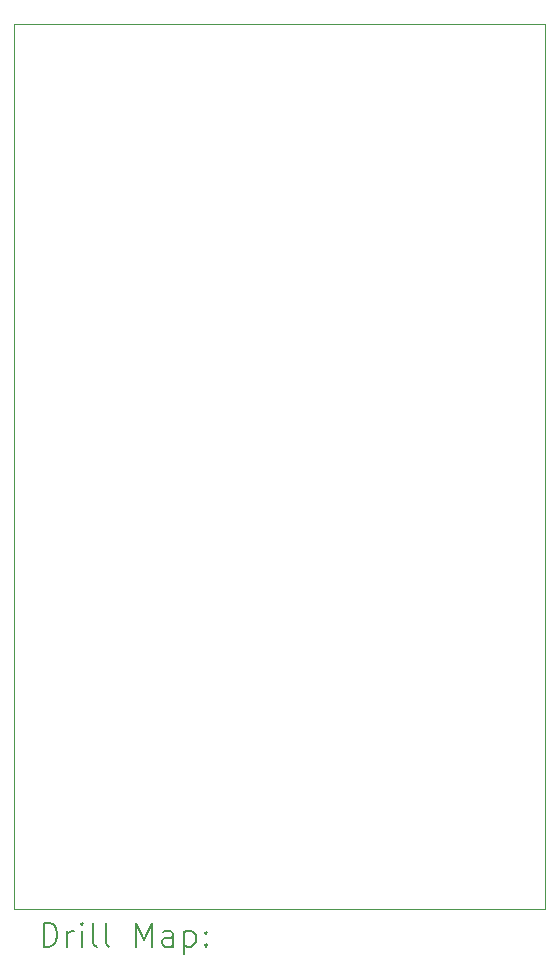
<source format=gbr>
%FSLAX45Y45*%
G04 Gerber Fmt 4.5, Leading zero omitted, Abs format (unit mm)*
G04 Created by KiCad (PCBNEW (6.0.5)) date 2023-02-27 22:37:32*
%MOMM*%
%LPD*%
G01*
G04 APERTURE LIST*
%TA.AperFunction,Profile*%
%ADD10C,0.100000*%
%TD*%
%ADD11C,0.200000*%
G04 APERTURE END LIST*
D10*
X13000000Y-14400000D02*
X17500000Y-14400000D01*
X13000000Y-14400000D02*
X13000000Y-6900000D01*
X17500000Y-14400000D02*
X17500000Y-6900000D01*
X13000000Y-6900000D02*
X17500000Y-6900000D01*
D11*
X13252619Y-14715476D02*
X13252619Y-14515476D01*
X13300238Y-14515476D01*
X13328809Y-14525000D01*
X13347857Y-14544048D01*
X13357381Y-14563095D01*
X13366905Y-14601190D01*
X13366905Y-14629762D01*
X13357381Y-14667857D01*
X13347857Y-14686905D01*
X13328809Y-14705952D01*
X13300238Y-14715476D01*
X13252619Y-14715476D01*
X13452619Y-14715476D02*
X13452619Y-14582143D01*
X13452619Y-14620238D02*
X13462143Y-14601190D01*
X13471667Y-14591667D01*
X13490714Y-14582143D01*
X13509762Y-14582143D01*
X13576428Y-14715476D02*
X13576428Y-14582143D01*
X13576428Y-14515476D02*
X13566905Y-14525000D01*
X13576428Y-14534524D01*
X13585952Y-14525000D01*
X13576428Y-14515476D01*
X13576428Y-14534524D01*
X13700238Y-14715476D02*
X13681190Y-14705952D01*
X13671667Y-14686905D01*
X13671667Y-14515476D01*
X13805000Y-14715476D02*
X13785952Y-14705952D01*
X13776428Y-14686905D01*
X13776428Y-14515476D01*
X14033571Y-14715476D02*
X14033571Y-14515476D01*
X14100238Y-14658333D01*
X14166905Y-14515476D01*
X14166905Y-14715476D01*
X14347857Y-14715476D02*
X14347857Y-14610714D01*
X14338333Y-14591667D01*
X14319286Y-14582143D01*
X14281190Y-14582143D01*
X14262143Y-14591667D01*
X14347857Y-14705952D02*
X14328809Y-14715476D01*
X14281190Y-14715476D01*
X14262143Y-14705952D01*
X14252619Y-14686905D01*
X14252619Y-14667857D01*
X14262143Y-14648809D01*
X14281190Y-14639286D01*
X14328809Y-14639286D01*
X14347857Y-14629762D01*
X14443095Y-14582143D02*
X14443095Y-14782143D01*
X14443095Y-14591667D02*
X14462143Y-14582143D01*
X14500238Y-14582143D01*
X14519286Y-14591667D01*
X14528809Y-14601190D01*
X14538333Y-14620238D01*
X14538333Y-14677381D01*
X14528809Y-14696428D01*
X14519286Y-14705952D01*
X14500238Y-14715476D01*
X14462143Y-14715476D01*
X14443095Y-14705952D01*
X14624048Y-14696428D02*
X14633571Y-14705952D01*
X14624048Y-14715476D01*
X14614524Y-14705952D01*
X14624048Y-14696428D01*
X14624048Y-14715476D01*
X14624048Y-14591667D02*
X14633571Y-14601190D01*
X14624048Y-14610714D01*
X14614524Y-14601190D01*
X14624048Y-14591667D01*
X14624048Y-14610714D01*
M02*

</source>
